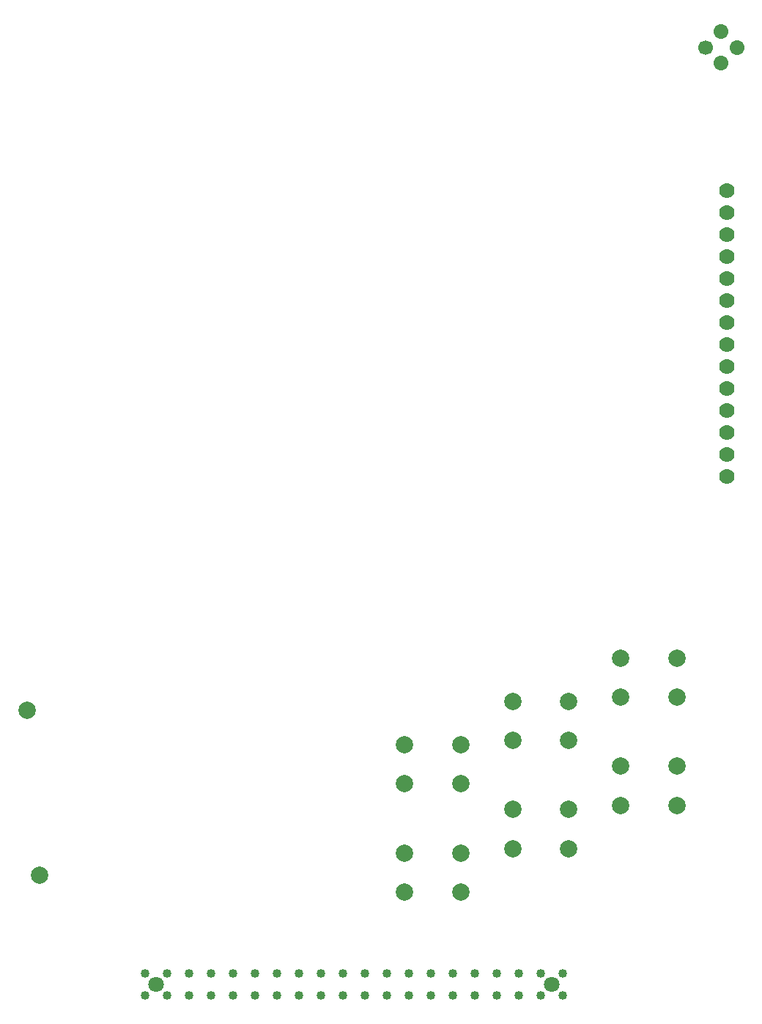
<source format=gbs>
G04 #@! TF.GenerationSoftware,KiCad,Pcbnew,(5.0.0-3-g5ebb6b6)*
G04 #@! TF.CreationDate,2018-10-24T08:18:16-07:00*
G04 #@! TF.ProjectId,HackPackv4,4861636B5061636B76342E6B69636164,rev?*
G04 #@! TF.SameCoordinates,Original*
G04 #@! TF.FileFunction,Soldermask,Bot*
G04 #@! TF.FilePolarity,Negative*
%FSLAX46Y46*%
G04 Gerber Fmt 4.6, Leading zero omitted, Abs format (unit mm)*
G04 Created by KiCad (PCBNEW (5.0.0-3-g5ebb6b6)) date Wednesday, October 24, 2018 at 08:18:16 AM*
%MOMM*%
%LPD*%
G01*
G04 APERTURE LIST*
%ADD10C,2.000000*%
%ADD11C,1.778000*%
%ADD12C,1.020000*%
%ADD13C,1.800000*%
%ADD14C,1.700000*%
%ADD15C,1.700000*%
G04 APERTURE END LIST*
D10*
G04 #@! TO.C,SW1*
X79000000Y-125000000D03*
X79000000Y-129500000D03*
X72500000Y-125000000D03*
X72500000Y-129500000D03*
G04 #@! TD*
G04 #@! TO.C,SW3*
X91500000Y-120000000D03*
X91500000Y-124500000D03*
X85000000Y-120000000D03*
X85000000Y-124500000D03*
G04 #@! TD*
G04 #@! TO.C,SW2*
X79000000Y-137500000D03*
X79000000Y-142000000D03*
X72500000Y-137500000D03*
X72500000Y-142000000D03*
G04 #@! TD*
G04 #@! TO.C,SW4*
X91500000Y-132500000D03*
X91500000Y-137000000D03*
X85000000Y-132500000D03*
X85000000Y-137000000D03*
G04 #@! TD*
G04 #@! TO.C,SW6*
X104000000Y-115000000D03*
X104000000Y-119500000D03*
X97500000Y-115000000D03*
X97500000Y-119500000D03*
G04 #@! TD*
G04 #@! TO.C,SW7*
X104000000Y-127500000D03*
X104000000Y-132000000D03*
X97500000Y-127500000D03*
X97500000Y-132000000D03*
G04 #@! TD*
D11*
G04 #@! TO.C,U7*
X109730000Y-60990000D03*
X109730000Y-63530000D03*
X109730000Y-66070000D03*
X109730000Y-68610000D03*
X109730000Y-71150000D03*
X109730000Y-73690000D03*
X109730000Y-76230000D03*
X109730000Y-78770000D03*
X109730000Y-81310000D03*
X109730000Y-83850000D03*
X109730000Y-86390000D03*
X109730000Y-88930000D03*
X109730000Y-91470000D03*
X109730000Y-94010000D03*
G04 #@! TD*
D12*
G04 #@! TO.C,J1*
X90825000Y-153940000D03*
X88285000Y-153940000D03*
X85745000Y-153940000D03*
X83205000Y-153940000D03*
X80665000Y-153940000D03*
X78125000Y-153940000D03*
X75585000Y-153940000D03*
X73045000Y-153940000D03*
X70505000Y-153940000D03*
X67965000Y-153940000D03*
X65425000Y-153940000D03*
X62885000Y-153940000D03*
X60345000Y-153940000D03*
X57805000Y-153940000D03*
X55265000Y-153940000D03*
X52725000Y-153940000D03*
X50185000Y-153940000D03*
X47645000Y-153940000D03*
X45105000Y-153940000D03*
X42565000Y-153940000D03*
X90825000Y-151400000D03*
X88285000Y-151400000D03*
X85745000Y-151400000D03*
X83205000Y-151400000D03*
X80665000Y-151400000D03*
X78125000Y-151400000D03*
X75585000Y-151400000D03*
X73045000Y-151400000D03*
X70505000Y-151400000D03*
X67965000Y-151400000D03*
X65425000Y-151400000D03*
X62885000Y-151400000D03*
X60345000Y-151400000D03*
X57805000Y-151400000D03*
X55265000Y-151400000D03*
X52725000Y-151400000D03*
X50185000Y-151400000D03*
X47645000Y-151400000D03*
X45105000Y-151400000D03*
D13*
X89555000Y-152670000D03*
D12*
X42565000Y-151400000D03*
D13*
X43835000Y-152670000D03*
G04 #@! TD*
D14*
G04 #@! TO.C,J2*
X107315000Y-44450000D03*
X109111051Y-42653949D03*
D15*
X109111051Y-42653949D02*
X109111051Y-42653949D01*
D14*
X109111051Y-46246051D03*
D15*
X109111051Y-46246051D02*
X109111051Y-46246051D01*
D14*
X110907102Y-44450000D03*
D15*
X110907102Y-44450000D02*
X110907102Y-44450000D01*
G04 #@! TD*
D10*
G04 #@! TO.C,U8*
X30375000Y-140060000D03*
X28860000Y-121015000D03*
G04 #@! TD*
M02*

</source>
